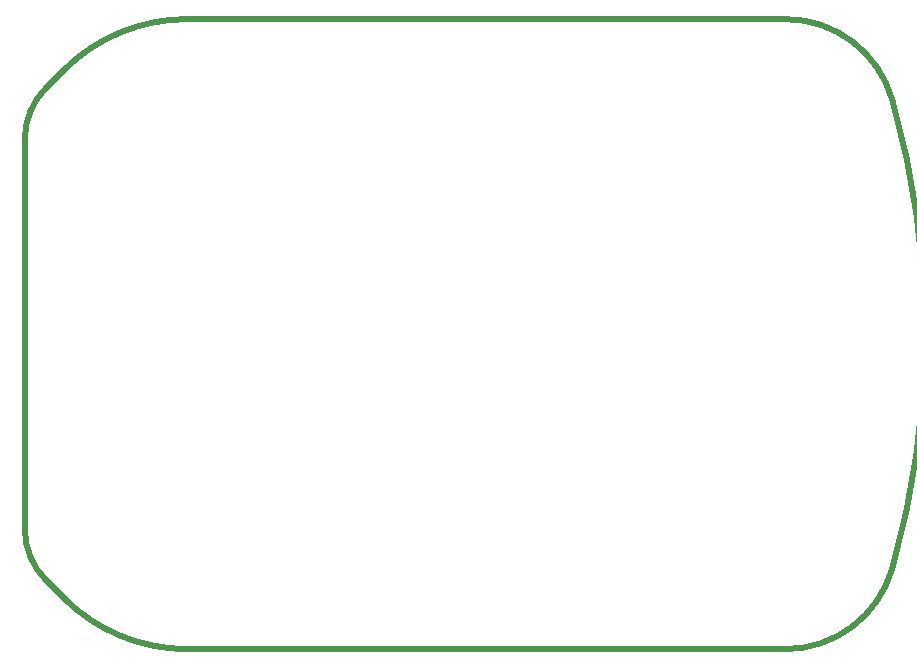
<source format=gko>
G04*
G04 #@! TF.GenerationSoftware,Altium Limited,Altium Designer,25.4.2 (15)*
G04*
G04 Layer_Color=16711935*
%FSLAX44Y44*%
%MOMM*%
G71*
G04*
G04 #@! TF.SameCoordinates,8E47D831-5235-4EDE-A1CE-FBF80302A2F1*
G04*
G04*
G04 #@! TF.FilePolarity,Positive*
G04*
G01*
G75*
%ADD40C,0.5080*%
D40*
X500560Y678361D02*
G03*
X482600Y635000I43361J-43361D01*
G01*
X620121Y736600D02*
G03*
X515439Y693239I-0J-148040D01*
G01*
X1217001Y668286D02*
G03*
X1126505Y736599I-90493J-25779D01*
G01*
X1217001Y271514D02*
G03*
X1217001Y668286I-696288J198384D01*
G01*
X1126505Y203200D02*
G03*
X1217001Y271514I-0J94098D01*
G01*
X515439Y246560D02*
G03*
X620121Y203200I104682J104682D01*
G01*
X482600Y304800D02*
G03*
X500560Y261439I61321J-0D01*
G01*
X500560Y678361D02*
X515439Y693240D01*
X620121Y736600D02*
X1126505Y736600D01*
X620121Y203200D02*
X1126505Y203200D01*
X500560Y261439D02*
X515439Y246560D01*
X482600Y635000D02*
X482600Y304800D01*
M02*

</source>
